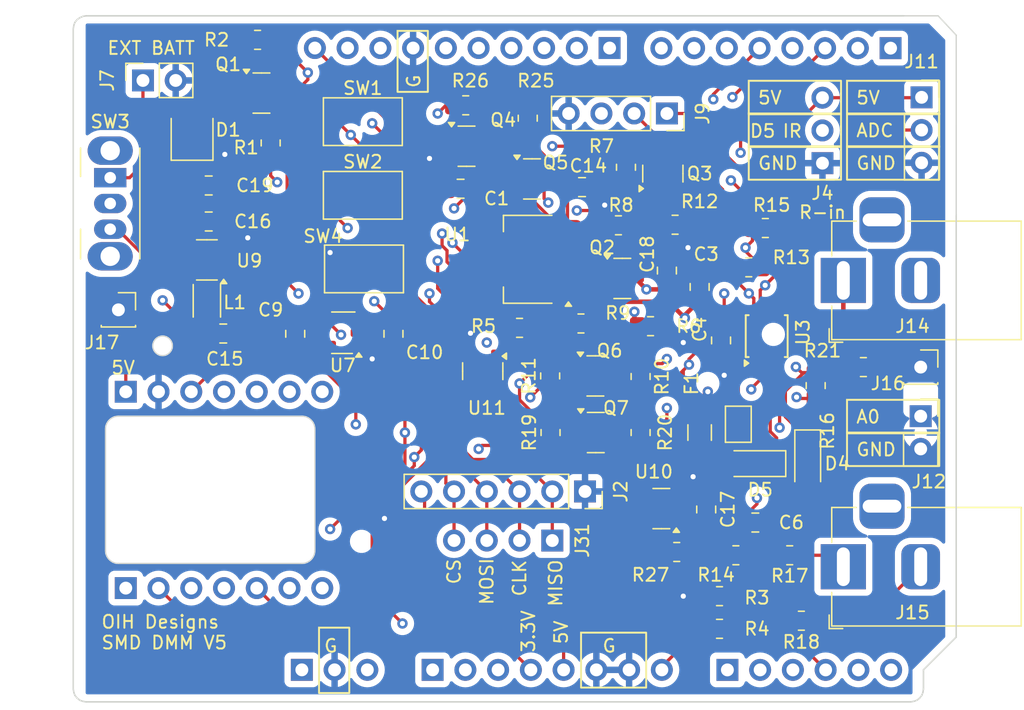
<source format=kicad_pcb>
(kicad_pcb (version 20240108) (generator "pcbnew") (generator_version "8.0")
  (layers (0 "F.Cu" signal) (1 "In1.Cu" signal) (2 "In2.Cu" signal) (31 "B.Cu" signal) (34 "B.Paste" user) (35 "F.Paste" user) (36 "B.SilkS" user "B.Silkscreen") (37 "F.SilkS" user "F.Silkscreen") (38 "B.Mask" user) (39 "F.Mask" user) (44 "Edge.Cuts" user))
  (net 0 "")
  (net 1 "GND")
  (net 2 "Resistor_Input")
  (net 3 "SDA")
  (net 4 "D6~")
  (net 5 "D7")
  (net 6 "+9V")
  (net 7 "SCL")
  (net 8 "V_Input_REF")
  (net 9 "V_Input_Float")
  (net 10 "ADS_ADDR")
  (net 11 "/V Ref to ADS")
  (net 12 "/R Circuit I Output")
  (net 13 "ADS_ALERT")
  (net 14 "/V Signal to ADS")
  (net 15 "A0{slash}D14")
  (net 16 "A2{slash}D16")
  (net 17 "D3~")
  (net 18 "VDD")
  (net 19 "I_Input")
  (net 20 "Net-(Q3-B)")
  (net 21 "D10~")
  (net 22 "D9~")
  (net 23 "D5~ (IR)")
  (net 24 "A1{slash}D15")
  (net 35 "Net-(Q1-C)")
  (net 36 "Net-(Q1-B)")
  (net 37 "Net-(Q2-G)")
  (net 38 "Net-(U1-VO)")
  (net 41 "A3{slash}D17")
  (net 42 "Net-(D1-A)")
  (net 43 "Net-(F1-Pad1)")
  (net 44 "+BATT")
  (net 45 "CS")
  (net 46 "Net-(Q4-C)")
  (net 47 "Net-(Q4-B)")
  (net 48 "Net-(Q5-E)")
  (net 49 "Net-(U7-C1-)")
  (net 50 "Net-(U7-C1+)")
  (net 51 "MISO")
  (net 52 "+3V3")
  (net 53 "Net-(U9-SW)")
  (net 54 "XIAO 5V")
  (net 55 "XIAO Batt Pin")
  (net 56 "MOSI")
  (net 57 "CLK")
  (net 58 "SDA-5V")
  (net 59 "SCL-5V")
  (net 60 "/R into ADS")
  (footprint "Capacitor_SMD:C_0805_2012Metric_Pad1.18x1.45mm_HandSolder" (layer "F.Cu") (at 128.660305 73.49413 90)
    (property "Reference" "C4")
    (property "Value" "0.1uF")
  )
  (footprint "Resistor_SMD:R_0805_2012Metric_Pad1.20x1.40mm_HandSolder" (layer "F.Cu") (at 128.54 95.88 180)
    (property "Reference" "R4")
    (property "Value" "100K")
  )
  (footprint "Connector_PinSocket_2.54mm:PinSocket_1x01_P2.54mm_Vertical" (layer "F.Cu") (at 144.145 75.565)
    (property "Reference" "J16")
    (property "Value" "Conn_01x01_Socket")
  )
  (footprint "Library:PinHeader_1x10_P2.54mm_Vertical_NoBox" (layer "F.Cu") (at 120.015 50.8 -90)
    (property "Reference" "J8" (hide yes))
    (property "Value" "DIGITAL2")
  )
  (footprint "Resistor_SMD:R_0805_2012Metric_Pad1.20x1.40mm_HandSolder" (layer "F.Cu") (at 125.095 64.516 180)
    (property "Reference" "R12")
    (property "Value" "75K")
  )
  (footprint "Resistor_SMD:R_0805_2012Metric_Pad1.20x1.40mm_HandSolder" (layer "F.Cu") (at 130.81 67.818)
    (property "Reference" "R13")
    (property "Value" "1K")
  )
  (footprint "Connector_PinHeader_2.54mm:PinHeader_1x04_P2.54mm_Vertical" (layer "F.Cu") (at 115.57 89.027 -90)
    (property "Reference" "J31")
    (property "Value" "Conn_01x04")
  )
  (footprint "Resistor_SMD:R_0805_2012Metric_Pad1.20x1.40mm_HandSolder" (layer "F.Cu") (at 125.222 89.916)
    (property "Reference" "R27")
    (property "Value" "4.7K")
  )
  (footprint "Package_TO_SOT_SMD:SOT-223-3_TabPin2" (layer "F.Cu") (at 113.69 67.19875 180)
    (property "Reference" "U1")
    (property "Value" "LM317_TO-220")
  )
  (footprint "Jumper:SolderJumper-2_P1.3mm_Bridged_Pad1.0x1.5mm" (layer "F.Cu") (at 130 80 90)
    (property "Reference" "JP6" (hide yes))
    (property "Value" "Jumper_2_Bridged")
  )
  (footprint "Capacitor_SMD:C_0805_2012Metric_Pad1.18x1.45mm_HandSolder" (layer "F.Cu") (at 88.9215 61.468)
    (property "Reference" "C19")
    (property "Value" "22uF")
  )
  (footprint "Resistor_SMD:R_0805_2012Metric_Pad1.20x1.40mm_HandSolder" (layer "F.Cu") (at 108.855 55.245 180)
    (property "Reference" "R26")
    (property "Value" "1K")
  )
  (footprint "Package_SO:TSSOP-10_3x3mm_P0.5mm" (layer "F.Cu") (at 132.200305 73.15913 90)
    (property "Reference" "U3")
    (property "Value" "ADS1115IDGS")
  )
  (footprint "Resistor_SMD:R_0805_2012Metric_Pad1.20x1.40mm_HandSolder" (layer "F.Cu") (at 134.89 95.25 180)
    (property "Reference" "R18")
    (property "Value" "499.0K")
  )
  (footprint "Library:PinHeader_1x06_P2.54mm_Vertical_NoBox" (layer "F.Cu") (at 129.151624 99.067665 90)
    (property "Reference" "J10" (hide yes))
    (property "Value" "ANALOG")
  )
  (footprint "Package_TO_SOT_SMD:SOT-23" (layer "F.Cu") (at 124.145 60.54625 90)
    (property "Reference" "Q3")
    (property "Value" "MMBT3904")
  )
  (footprint "Resistor_SMD:R_0805_2012Metric_Pad1.20x1.40mm_HandSolder" (layer "F.Cu") (at 129.81 90.17)
    (property "Reference" "R14")
    (property "Value" "22.0K")
  )
  (footprint "Resistor_SMD:R_0805_2012Metric_Pad1.20x1.40mm_HandSolder" (layer "F.Cu") (at 121.285 60.055 -90)
    (property "Reference" "R7")
    (property "Value" "22K")
  )
  (footprint "Package_TO_SOT_SMD:SOT-23" (layer "F.Cu") (at 124.0305 86.548 180)
    (property "Reference" "U10")
    (property "Value" "LM4040DBZ-2.5")
  )
  (footprint "Resistor_SMD:R_0805_2012Metric_Pad1.20x1.40mm_HandSolder" (layer "F.Cu") (at 128.54 93.345)
    (property "Reference" "R3")
    (property "Value" "22K")
  )
  (footprint "Connector_PinSocket_2.54mm:PinSocket_1x03_P2.54mm_Vertical" (layer "F.Cu") (at 144.215 54.625)
    (property "Reference" "J11")
    (property "Value" "I_Input")
  )
  (footprint "Resistor_SMD:R_0805_2012Metric_Pad1.20x1.40mm_HandSolder" (layer "F.Cu") (at 113.03 72.51875)
    (property "Reference" "R5")
    (property "Value" "62.0")
  )
  (footprint "Resistor_SMD:R_0805_2012Metric_Pad1.20x1.40mm_HandSolder" (layer "F.Cu") (at 117.795 72.17875)
    (property "Reference" "R9")
    (property "Value" "22.0K")
  )
  (footprint "Button_Switch_SMD:SW_SPST_CK_RS282G05A3" (layer "F.Cu") (at 100.965 67.945 180)
    (property "Reference" "SW4")
    (property "Value" "SW_Push")
  )
  (footprint "Resistor_SMD:R_0805_2012Metric_Pad1.20x1.40mm_HandSolder" (layer "F.Cu") (at 93.726 58.166 -90)
    (property "Reference" "R1")
    (property "Value" "500")
  )
  (footprint "Capacitor_SMD:C_0805_2012Metric_Pad1.18x1.45mm_HandSolder" (layer "F.Cu") (at 95.631 72.9805 -90)
    (property "Reference" "C9")
    (property "Value" "4.7uF")
  )
  (footprint "Button_Switch_SMD:SW_SPST_CK_RS282G05A3" (layer "F.Cu") (at 100.875 62.23)
    (property "Reference" "SW2")
    (property "Value" "SW_Push")
  )
  (footprint "Package_TO_SOT_SMD:SOT-23" (layer "F.Cu") (at 110.175 75.88 -90)
    (property "Reference" "U11")
    (property "Value" "LM4040DBZ-5")
  )
  (footprint "Button_Switch_SMD:SW_SPST_CK_RS282G05A3" (layer "F.Cu") (at 100.875 56.515)
    (property "Reference" "SW1")
    (property "Value" "SW_Push")
  )
  (footprint "Connector_PinSocket_2.54mm:PinSocket_1x02_P2.54mm_Vertical" (layer "F.Cu") (at 144.145 79.375)
    (property "Reference" "J12")
    (property "Value" "Conn_01x02_Pin")
  )
  (footprint "Resistor_SMD:R_0805_2012Metric_Pad1.20x1.40mm_HandSolder" (layer "F.Cu") (at 133.985 90.17 180)
    (property "Reference" "R17")
    (property "Value" "499.0K")
  )
  (footprint "Package_TO_SOT_SMD:SOT-23-5" (layer "F.Cu") (at 88.7785 67.244 180)
    (property "Reference" "U9")
    (property "Value" "TPS613222ADBV")
  )
  (footprint "Resistor_SMD:R_0805_2012Metric_Pad1.20x1.40mm_HandSolder" (layer "F.Cu") (at 122.42 76.295 -90)
    (property "Reference" "R10")
    (property "Value" "10K")
  )
  (footprint "Package_TO_SOT_SMD:SOT-23-5_HandSoldering" (layer "F.Cu") (at 99.361 72.898 180)
    (property "Reference" "U7")
    (property "Value" "MAX1683")
  )
  (footprint "Connector_BarrelJack:BarrelJack_Horizontal" (layer "F.Cu") (at 138.145 91.06 180)
    (property "Reference" "J15")
    (property "Value" "Barrel_Jack")
  )
  (footprint "Package_TO_SOT_SMD:SOT-23" (layer "F.Cu") (at 121.0025 68.68375)
    (property "Reference" "Q2")
    (property "Value" "SI2302 MOSFET")
  )
  (footprint "Capacitor_SMD:C_0805_2012Metric_Pad1.18x1.45mm_HandSolder" (layer "F.Cu") (at 131.318 87.63)
    (property "Reference" "C6")
    (property "Value" "? DNP")
  )
  (footprint "Connector_PinSocket_2.54mm:PinSocket_1x01_P2.54mm_Vertical" (layer "F.Cu") (at 81.915 71.12)
    (property "Reference" "J17")
    (property "Value" "Conn_01x01_Socket")
  )
  (footprint "Diode_SMD:D_SOD-123" (layer "F.Cu") (at 135.382 82.804 -90)
    (property "Reference" "D4")
    (property "Value" "D_Schottky")
  )
  (footprint "Resistor_SMD:R_0805_2012Metric_Pad1.20x1.40mm_HandSolder" (layer "F.Cu") (at 115.405 76.25 90)
    (property "Reference" "R11")
    (property "Value" "10K")
  )
  (footprint "Resistor_SMD:R_0805_2012Metric_Pad1.20x1.40mm_HandSolder" (layer "F.Cu") (at 123.19 72.39 180)
    (property "Reference" "R6")
    (property "Value" "330.0")
  )
  (footprint "Capacitor_SMD:C_0805_2012Metric_Pad1.18x1.45mm_HandSolder" (layer "F.Cu") (at 103.251 72.9805 90)
    (property "Reference" "C10")
    (property "Value" "4.7uF")
  )
  (footprint "Resistor_SMD:R_0805_2012Metric_Pad1.20x1.40mm_HandSolder" (layer "F.Cu") (at 136 77 90)
    (property "Reference" "R16")
    (property "Value" "1K")
  )
  (footprint "Package_TO_SOT_SMD:SOT-23" (layer "F.Cu") (at 118.9125 76.25)
    (property "Reference" "Q6")
    (property "Value" "BSS138")
  )
  (footprint "Resistor_SMD:R_0805_2012Metric_Pad1.20x1.40mm_HandSolder" (layer "F.Cu") (at 139.7 75.565)
    (property "Reference" "R21")
    (property "Value" "0")
  )
  (footprint "Package_TO_SOT_SMD:SOT-23" (layer "F.Cu") (at 93.0125 54.295)
    (property "Reference" "Q1")
    (property "Value" "MMBT3904" (hide yes))
  )
  (footprint "Library:PinHeader_1x08_P2.54mm_Vertical_NoBox" (layer "F.Cu") (at 106.287792 99.06511 90)
    (property "Reference" "J6" (hide yes))
    (property "Value" "POWER1")
  )
  (footprint "Fuse:Fuse_1206_3216Metric_Pad1.42x1.75mm_HandSolder" (layer "F.Cu") (at 127 80.645 -90)
    (property "Reference" "F1")
    (property "Value" "Fuse")
  )
  (footprint "Connector_PinSocket_2.54mm:PinSocket_1x07_P2.54mm_Vertical" (layer "F.Cu") (at 82.487996 92.719534 90)
    (property "Reference" "J3" (hide yes))
    (property "Value" "Conn_01x07_Pin")
  )
  (footprint "Diode_SMD:D_SOD-123" (layer "F.Cu") (at 131.318 83.058 180)
    (property "Reference" "D5")
    (property "Value" "D_Schottky")
  )
  (footprint "Resistor_SMD:R_0805_2012Metric_Pad1.20x1.40mm_HandSolder" (layer "F.Cu") (at 120.7 64.55875)
    (property "Reference" "R8")
    (property "Value" "4.7K")
  )
  (footprint "Library:PinHeader_1x08_P2.54mm_Vertical_NoBox" (layer "F.Cu") (at 141.809463 50.808987 -90)
    (property "Reference" "J13" (hide yes))
    (property "Value" "DIGITAL1")
  )
  (footprint "Connector_BarrelJack:BarrelJack_Horizontal" (layer "F.Cu") (at 138.145 68.835 180)
    (property "Reference" "J14")
    (property "Value" "Barrel_Jack")
  )
  (footprint "Capacitor_SMD:C_0805_2012Metric_Pad1.18x1.45mm_HandSolder" (layer "F.Cu") (at 108.458 61.722 180)
    (property "Reference" "C1")
    (property "Value" "0.47uF")
  )
  (footprint "Library:PinHeader_1x03_P2.54mm_Vertical_NoBox" (layer "F.Cu") (at 136.525 59.735 180)
    (property "Reference" "J4")
    (property "Value" "IR Connection")
  )
  (footprint "Capacitor_SMD:C_0805_2012Metric_Pad1.18x1.45mm_HandSolder" (layer "F.Cu") (at 127 69.342 90)
    (property "Reference" "C3")
    (property "Value" "2.2uF")
  )
  (footprint "Connector_PinSocket_2.54mm:PinSocket_1x02_P2.54mm_Vertical" (layer "F.Cu") (at 83.82 53.315 90)
    (property "Reference" "J7")
    (property "Value" "Conn_01x02_Pin")
  )
  (footprint "Resistor_SMD:R_0805_2012Metric_Pad1.20x1.40mm_HandSolder" (layer "F.Cu") (at 92.71 50.165 180)
    (property "Reference" "R2")
    (property "Value" "1K")
  )
  (footprint "Connector_PinSocket_2.54mm:PinSocket_1x07_P2.54mm_Vertical" (layer "F.Cu") (at 82.487996 77.479534 90)
    (property "Reference" "J1" (hide yes))
    (property "Value" "Conn_01x07_Pin")
  )
  (footprint "Resistor_SMD:R_0805_2012Metric_Pad1.20x1.40mm_HandSolder" (layer "F.Cu") (at 115.435 80.645 90)
    (property "Reference" "R19")
    (property "Value" "10K")
  )
  (footprint "Capacitor_SMD:C_0805_2012Metric_Pad1.18x1.45mm_HandSolder" (layer "F.Cu") (at 127.508 86.614 -90)
    (property "Reference" "C17")
    (property "Value" "0.1uF")
  )
  (footprint "Inductor_SMD:L_Murata_DFE201610P" (layer "F.Cu") (at 88.7785 70.419 90)
    (property "Reference" "L1")
    (property "Value" "2.2uH")
  )
  (footprint "Connector_PinSocket_2.54mm:PinSocket_1x04_P2.54mm_Vertical" (layer "F.Cu") (at 124.46 55.88 -90)
    (property "Reference" "J9")
    (property "Value" "Out to Screen")
  )
  (footprint "LED_SMD:LED_Luminus_MP-3030-1100_3.0x3.0mm" (layer "F.Cu") (at 87.63 57.89 90)
    (property "Reference" "D1")
    (property "Value" "LED")
  )
  (footprint "Resistor_SMD:R_0805_2012Metric_Pad1.20x1.40mm_HandSolder" (layer "F.Cu") (at 132.096 64.77 180)
    (property "Reference" "R15")
    (property "Value" "1K")
  )
  (footprint "Package_TO_SOT_SMD:SOT-23" (layer "F.Cu") (at 118.9425 80.645)
    (property "Reference" "Q7")
    (property "Value" "BSS138")
  )
  (footprint "Capacitor_SMD:C_0805_2012Metric_Pad1.18x1.45mm_HandSolder" (layer "F.Cu") (at 117.8775 61.595)
    (property "Reference" "C14")
    (property "Value" "2.2uF")
  )
  (footprint "Resistor_SMD:R_0805_2012Metric_Pad1.20x1.40mm_HandSolder" (layer "F.Cu") (at 122.42 80.645 90)
    (property "Reference" "R20")
    (property "Value" "10K")
  )
  (footprint "Package_TO_SOT_SMD:SOT-23" (layer "F.Cu") (at 108.9175 58.42)
    (property "Reference" "Q4")
    (property "Value" "MMBT3904")
  )
  (footprint "Capacitor_SMD:C_0805_2012Metric_Pad1.18x1.45mm_HandSolder" (layer "F.Cu") (at 90.0485 72.959)
    (property "Reference" "C15")
    (property "Value" "4.7uF")
  )
  (footprint "Connector_PinSocket_2.54mm:PinSocket_1x06_P2.54mm_Vertical" (layer "F.Cu") (at 118.11 85.217 -90)
    (property "Reference" "J2")
    (property "Value" "MicoSD")
  )
  (footprint "Package_TO_SOT_SMD:SOT-23" (layer "F.Cu") (at 113.9975 60.96)
    (property "Reference" "Q5")
    (property "Value" "MMBT3904")
  )
  (footprint "Button_Switch_THT:SW_Slide_SPDT_Angled_CK_OS102011MA1Q" (layer "F.Cu") (at 81.28 60.865 -90)
    (property "Reference" "SW3")
    (property "Value" "SW_SPDT")
  )
  (footprint "Library:PinHeader_1x03_P2.54mm_Vertical_NoBox" (layer "F.Cu") (at 96.143981 99.063151 90)
    (property "Reference" "J5" (hide yes))
    (property "Value" "POWER2")
  )
  (footprint "Capacitor_SMD:C_0805_2012Metric_Pad1.18x1.45mm_HandSolder" (layer "F.Cu") (at 88.9215 64.262)
    (property "Reference" "C16")
    (property "Value" "22uF")
  )
  (footprint "Capacitor_SMD:C_0805_2012Metric_Pad1.18x1.45mm_HandSolder" (layer "F.Cu") (at 124.46 68.072 90)
    (property "Reference" "C18")
    (property "Value" "1uF")
  )
  (footprint "Resistor_SMD:R_0805_2012Metric_Pad1.20x1.40mm_HandSolder" (layer "F.Cu") (at 113.665 56.245 -90)
    (property "Reference" "R25")
    (property "Value" "1K")
  )
  (gr_rect (start 138.43 78.105) (end 145.585 80.705) (stroke (width 0.15)) (fill none) (layer "F.SilkS"))
  (gr_rect (start 103.567758 49.467044) (end 105.91855 54.201136) (stroke (width 0.15)) (fill none) (layer "F.SilkS"))
  (gr_rect (start 130.81 53.34) (end 137.965 55.94) (stroke (width 0.15)) (fill none) (layer "F.SilkS"))
  (gr_rect (start 138.43 80.645) (end 145.585 83.245) (stroke (width 0.15)) (fill none) (layer "F.SilkS"))
  (gr_rect (start 117.800432 96.176612) (end 122.849754 100.44112) (stroke (width 0.15)) (fill none) (layer "F.SilkS"))
  (gr_rect (start 97.477467 95.788603) (end 99.825034 100.86181) (stroke (width 0.15)) (fill none) (layer "F.SilkS"))
  (gr_rect (start 130.81 58.42) (end 137.965 61.02) (stroke (width 0.15)) (fill none) (layer "F.SilkS"))
  (gr_rect (start 138.43 53.34) (end 145.585 55.94) (stroke (width 0.15)) (fill none) (layer "F.SilkS"))
  (gr_rect (start 138.43 55.88) (end 145.585 58.48) (stroke (width 0.15)) (fill none) (layer "F.SilkS"))
  (gr_rect (start 130.81 55.88) (end 137.965 58.48) (stroke (width 0.15)) (fill none) (layer "F.SilkS"))
  (gr_rect (start 138.43 58.42) (end 145.585 61.02) (stroke (width 0.15)) (fill none) (layer "F.SilkS"))
  (gr_line (start 79.155572 48.342318) (end 79.409482 48.3) (stroke (width 0.12)) (layer "Edge.Cuts"))
  (gr_arc (start 80.915 80.375) (mid 81.207893 79.667893) (end 81.915 79.375) (stroke (width 0.1)) (layer "Edge.Cuts"))
  (gr_line (start 78.711229 48.596228) (end 78.922821 48.448114) (stroke (width 0.12)) (layer "Edge.Cuts"))
  (gr_line (start 78.922821 101.423045) (end 78.711229 101.253771) (stroke (width 0.12)) (layer "Edge.Cuts"))
  (gr_circle (center 85.344 73.914) (end 86.106 73.914) (stroke (width 0.1)) (fill none) (layer "Edge.Cuts"))
  (gr_line (start 146.899617 96.521794) (end 144.360514 99.060897) (stroke (width 0.12)) (layer "Edge.Cuts"))
  (gr_line (start 79.409482 48.3) (end 142.837052 48.3) (stroke (width 0.12)) (layer "Edge.Cuts"))
  (gr_line (start 79.155572 101.507681) (end 78.922821 101.423045) (stroke (width 0.12)) (layer "Edge.Cuts"))
  (gr_line (start 144.318196 100.809428) (end 144.233559 101.042179) (stroke (width 0.12)) (layer "Edge.Cuts"))
  (gr_line (start 144.233559 101.042179) (end 144.064285 101.253771) (stroke (width 0.12)) (layer "Edge.Cuts"))
  (gr_line (start 143.852694 101.423045) (end 143.619942 101.507681) (stroke (width 0.12)) (layer "Edge.Cuts"))
  (gr_line (start 78.415 49.315641) (end 78.457318 49.040571) (stroke (width 0.12)) (layer "Edge.Cuts"))
  (gr_line (start 144.360514 99.060897) (end 144.360514 100.555518) (stroke (width 0.12)) (layer "Edge.Cuts"))
  (gr_line (start 97.155 80.375) (end 97.155 89.805) (stroke (width 0.1)) (layer "Edge.Cuts"))
  (gr_line (start 145.5 48.3) (end 146.9 49.8) (stroke (width 0.1)) (layer "Edge.Cuts"))
  (gr_arc (start 81.915 90.805) (mid 81.207893 90.512107) (end 80.915 89.805) (stroke (width 0.1)) (layer "Edge.Cuts"))
  (gr_line (start 78.457318 100.809428) (end 78.415 100.555518) (stroke (width 0.12)) (layer "Edge.Cuts"))
  (gr_line (start 143.619942 101.507681) (end 143.366032 101.55) (stroke (width 0.12)) (layer "Edge.Cuts"))
  (gr_arc (start 96.155 79.375) (mid 96.862107 79.667893) (end 97.155 80.375) (stroke (width 0.1)) (layer "Edge.Cuts"))
  (gr_line (start 144.064285 101.253771) (end 143.852694 101.423045) (stroke (width 0.12)) (layer "Edge.Cuts"))
  (gr_line (start 78.711229 101.253771) (end 78.541955 101.042179) (stroke (width 0.12)) (layer "Edge.Cuts"))
  (gr_line (start 79.409482 101.55) (end 79.155572 101.507681) (stroke (width 0.12)) (layer "Edge.Cuts"))
  (gr_line (start 81.915 90.805) (end 96.155 90.805) (stroke (width 0.1)) (layer "Edge.Cuts"))
  (gr_line (start 144.360514 100.555518) (end 144.318196 100.809428) (stroke (width 0.12)) (layer "Edge.Cuts"))
  (gr_line (start 78.415 100.555518) (end 78.415 49.315641) (stroke (width 0.12)) (layer "Edge.Cuts"))
  (gr_line (start 96.155 79.375) (end 81.915 79.375) (stroke (width 0.1)) (layer "Edge.Cuts"))
  (gr_line (start 143.366032 101.55) (end 79.409482 101.55) (stroke (width 0.12)) (layer "Edge.Cuts"))
  (gr_line (start 78.541955 48.80782) (end 78.711229 48.596228) (stroke (width 0.12)) (layer "Edge.Cuts"))
  (gr_line (start 78.541955 101.042179) (end 78.457318 100.809428) (stroke (width 0.12)) (layer "Edge.Cuts"))
  (gr_arc (start 97.155 89.805) (mid 96.862107 90.512107) (end 96.155 90.805) (stroke (width 0.1)) (layer "Edge.Cuts"))
  (gr_line (start 80.915 89.805) (end 80.915 80.375) (stroke (width 0.1)) (layer "Edge.Cuts"))
  (gr_line (start 146.9 49.8) (end 146.899617 63.788527) (stroke (width 0.1)) (layer "Edge.Cuts"))
  (gr_line (start 78.922821 48.448114) (end 79.155572 48.342318) (stroke (width 0.12)) (layer "Edge.Cuts"))
  (gr_line (start 78.457318 49.040571) (end 78.541955 48.80782) (stroke (width 0.12)) (layer "Edge.Cuts"))
  (gr_line (start 142.837052 48.3) (end 145.5 48.3) (stroke (width 0.1)) (layer "Edge.Cuts"))
  (gr_line (start 146.899617 63.788527) (end 146.899617 96.521794) (stroke (width 0.12)) (layer "Edge.Cuts"))
  (gr_text "CS" (at 107.95 91.44 90) (layer "F.SilkS") (effects (font (size 1 1))))
  (gr_text "ADC" (at 139.065 57.785 0) (layer "F.SilkS") (effects (font (size 1 1)) (justify left bottom)))
  (gr_text "IR" (at 133.35 57.83 0) (layer "F.SilkS") (effects (font (size 1 1)) (justify left bottom)))
  (gr_text "G" (at 97.79 97.79 0) (layer "F.SilkS") (effects (font (size 1 1)) (justify left bottom)))
  (gr_text "5V" (at 81.28 76.2 0) (layer "F.SilkS") (effects (font (size 1 1)) (justify left bottom)))
  (gr_text "GND" (at 131.445 60.325 0) (layer "F.SilkS") (effects (font (size 1 1)) (justify left bottom)))
  (gr_text "G" (at 105.41 53.975 90) (layer "F.SilkS") (effects (font (size 1 1)) (justify left bottom)))
  (gr_text "R-in" (at 134.62 64.135 0) (layer "F.SilkS") (effects (font (size 1 1)) (justify left bottom)))
  (gr_text "5V" (at 139.065 55.245 0) (layer "F.SilkS") (effects (font (size 1 1)) (justify left bottom)))
  (gr_text "CLK" (at 113.03 91.948 90) (layer "F.SilkS") (effects (font (size 1 1))))
  (gr_text "GND" (at 139.065 82.55 0) (layer "F.SilkS") (effects (font (size 1 1)) (justify left bottom)))
  (gr_text "5V" (at 131.445 55.245 0) (layer "F.SilkS") (effects (font (size 1 1)) (justify left bottom)))
  (gr_text "MOSI" (at 110.49 92.202 90) (layer "F.SilkS") (effects (font (size 1 1))))
  (gr_text "G" (at 119.38 97.79 0) (layer "F.SilkS") (effects (font (size 1 1)) (justify left bottom)))
  (gr_text "A0" (at 139.065 80.01 0) (layer "F.SilkS") (effects (font (size 1 1)) (justify left bottom)))
  (gr_text "3.3V" (at 114.3 97.79 90) (layer "F.SilkS") (effects (font (size 1 1)) (justify left bottom)))
  (gr_text "MISO" (at 115.834 92.329 90) (layer "F.SilkS") (effects (font (size 1 1))))
  (gr_text "EXT BATT" (at 84.455 50.8 0) (layer "F.SilkS") (effects (font (size 1 1))))
  (gr_text "GND" (at 139.065 60.325 0) (layer "F.SilkS") (effects (font (size 1 1)) (justify left bottom)))
  (gr_text "5V" (at 116.84 97.155 90) (layer "F.SilkS") (effects (font (size 1 1)) (justify left bottom)))
  (gr_text "OIH Designs\nSMD DMM V5" (at 80.518 97.536 0) (layer "F.SilkS") (effects (font (size 1 1)) (justify left bottom)))
  (gr_text "D5" (at 130.81 57.83 0) (layer "F.SilkS") (effects (font (size 1 1)) (justify left bottom)))
  (segment (start 104.775 58.36) (end 105.785 59.37) (width 0.25) (layer "F.Cu") (net 1))
  (segment (start 87.63 58.465) (end 89.58 58.465) (width 0.25) (layer "F.Cu") (net 1))
  (segment (start 125.73 73.66) (end 125.46 73.66) (width 0.25) (layer "F.Cu") (net 1))
  (segment (start 107.5475 61.8275) (end 107.5475 59.8025) (width 0.25) (layer "F.Cu") (net 1))
  (segment (start 127.508 85.09) (end 126.492 84.074) (width 0.25) (layer "F.Cu") (net 1))
  (segment (start 129.668 83.058) (end 129.668 80.982) (width 0.25) (layer "F.Cu") (net 1))
  (segment (start 125.46 73.66) (end 124.19 72.39) (width 0.25) (layer "F.Cu") (net 1))
  (segment (start 124.018 86.548) (end 124.968 85.598) (width 0.25) (layer "F.Cu") (net 1))
  (segment (start 89.58 58.465) (end 90.17 59.055) (width 0.25) (layer "F.Cu") (net 1))
  (segment (start 87.63 58.465) (end 87.23 58.465) (width 0.25) (layer "F.Cu") (net 1))
  (segment (start 127 82.1325) (end 128.7425 82.1325) (width 0.25) (layer "F.Cu") (net 1))
  (segment (start 125.095 62.73375) (end 126.095 63.73375) (width 0.25) (layer "F.Cu") (net 1))
  (segment (start 104.865 62.32) (end 104.775 62.23) (width 0.25) (layer "F.Cu") (net 1))
  (segment (start 128.905 76.2) (end 128.660305 75.955305) (width 0.25) (layer "F.Cu") (net 1))
  (segment (start 125.2005 66.294) (end 124.46 67.0345) (width 0.25) (layer "F.Cu") (net 1))
  (segment (start 123.093 86.548) (end 124.018 86.548) (width 0.25) (layer "F.Cu") (net 1))
  (segment (start 109.225 73.02) (end 109.225 72.935) (width 0.25) (layer "F.Cu") (net 1))
  (segment (start 109.225 73.03) (end 109.22 73.025) (width 0.25) (layer "F.Cu") (net 1))
  (segment (start 104.775 62.23) (end 106.9125 62.23) (width 0.25) (layer "F.Cu") (net 1))
  (segment (start 128.660305 75.955305) (end 128.660305 74.53163) (width 0.25) (layer "F.Cu") (net 1))
  (segment (start 109.225 74.9425) (end 109.225 73.03) (width 0.25) (layer "F.Cu") (net 1))
  (segment (start 127.508 85.5765) (end 127.508 85.09) (width 0.25) (layer "F.Cu") (net 1))
  (segment (start 110.175 76.8175) (end 110.175 75.8925) (width 0.25) (layer "F.Cu") (net 1))
  (segment (start 104.775 57.15) (end 104.775 58.36) (width 0.25) (layer "F.Cu") (net 1))
  (segment (start 106.045 59.37) (end 105.785 59.37) (width 0.25) (layer "F.Cu") (net 1))
  (segment (start 127 83.566) (end 127 82.1325) (width 0.25) (layer "F.Cu") (net 1))
  (segment (start 125.095 61.48375) (end 125.095 62.73375) (width 0.25) (layer "F.Cu") (net 1))
  (segment (start 126.095 63.73375) (end 126.095 67.3995) (width 0.25) (layer "F.Cu") (net 1))
  (segment (start 107.5475 59.8025) (end 107.98 59.37) (width 0.25) (layer "F.Cu") (net 1))
  (segment (start 131.845305 74.12913) (end 132.200305 74.48413) (width 0.25) (layer "F.Cu") (net 1))
  (segment (start 110.175 75.8925) (end 109.225 74.9425) (width 0.25) (layer "F.Cu") (net 1))
  (segment (start 129.062805 74.12913) (end 131.845305 74.12913) (width 0.25) (layer "F.Cu") (net 1))
  (segment (start 128.7425 82.1325) (end 129.668 83.058) (width 0.25) (layer "F.Cu") (net 1))
  (segment (start 129.668 80.982) (end 130 80.65) (width 0.25) (layer "F.Cu") (net 1))
  (segment (start 109.22 73.025) (end 109.225 73.02) (width 0.25) (layer "F.Cu") (net 1))
  (segment (start 132.200305 74.48413) (end 132.200305 75.30913) (width 0.25) (layer "F.Cu") (net 1))
  (segment (start 118.915 61.595) (end 118.915 62.273) (width 0.25) (layer "F.Cu") (net 1))
  (segment (start 126.492 84.074) (end 124.968 85.598) (width 0.25) (layer "F.Cu") (net 1))
  (segment (start 106.9125 62.23) (end 107.4205 61.722) (width 0.25) (layer "F.Cu") (net 1))
  (segment (start 126.095 66.294) (end 125.2005 66.294) (width 0.25) (layer "F.Cu") (net 1))
  (segment (start 118.915 62.273) (end 119.634 62.992) (width 0.25) (layer "F.Cu") (net 1))
  (segment (start 102.339 74.93) (end 103.251 74.018) (width 0.25) (layer "F.Cu") (net 1))
  (segment (start 125.73 93.345) (end 127.54 93.345) (width 0.25) (layer "F.Cu") (net 1))
  (segment (start 126.095 67.3995) (end 127 68.3045) (width 0.25) (layer "F.Cu") (net 1))
  (segment (start 103.081 73.848) (end 103.251 74.018) (width 0.25) (layer "F.Cu") (net 1))
  (segment (start 98.335 66.675) (end 97.065 67.945) (width 0.25) (layer "F.Cu") (net 1))
  (segment (start 107.98 59.37) (end 106.045 59.37) (width 0.25) (layer "F.Cu") (net 1))
  (segment (start 100.711 73.848) (end 103.081 73.848) (width 0.25) (layer "F.Cu") (net 1))
  (segment (start 128.660305 74.53163) (end 129.062805 74.12913) (width 0.25) (layer "F.Cu") (net 1))
  (segment (start 103.294 73.975) (end 103.251 74.018) (width 0.25) (layer "F.Cu") (net 1))
  (segment (start 126.492 84.074) (end 127 83.566) (width 0.25) (layer "F.Cu") (net 1))
  (segment (start 101.6 74.93) (end 102.339 74.93) (width 0.25) (layer "F.Cu") (net 1))
  (via (at 106.045 59.37) (size 0.8) (drill 0.4) (layers "F.Cu" "B.Cu") (net 1))
  (via (at 125.73 93.345) (size 0.8) (drill 0.4) (layers "F.Cu" "B.Cu") (net 1))
  (via (at 91.948 65.532) (size 0.8) (drill 0.4) (layers "F.Cu" "B.Cu") (net 1))
  (via (at 90.17 59.055) (size 0.8) (drill 0.4) (layers "F.Cu" "B.Cu") (net 1))
  (via (at 101.6 74.93) (size 0.8) (drill 0.4) (layers "F.Cu" "B.Cu") (net 1))
  (via (at 128.905 76.2) (size 0.8) (drill 0.4) (layers "F.Cu" "B.Cu") (net 1))
  (via (at 125.73 73.66) (size 0.8) (drill 0.4) (layers "F.Cu" "B.Cu") (net 1))
  (via (at 126.492 84.074) (size 0.8) (drill 0.4) (layers "F.Cu" "B.Cu") (net 1))
  (via (at 119.634 62.992) (size 0.8) (drill 0.4) (layers "F.Cu" "B.Cu") (net 1))
  (via (at 98.335 66.675) (size 0.8) (drill 0.4) (layers "F.Cu" "B.Cu") (net 1))
  (via (at 109.225 72.935) (size 0.8) (drill 0.4) (layers "F.Cu" "B.Cu") (net 1))
  (via (at 126.095 66.294) (size 0.8) (drill 0.4) (layers "F.Cu" "B.Cu") (net 1))
  (segment (start 118.795 70.90375) (end 118.795 72.17875) (width 0.35) (layer "F.Cu") (net 2))
  (segment (start 124.594875 70.492875) (end 120.924125 70.492875) (width 0.35) (layer "F.Cu") (net 2))
  (segment (start 138.145 73.01) (end 138.145 68.835) (width 0.35) (layer "F.Cu") (net 2))
  (segment (start 125.857 71.755) (end 124.594875 70.492875) (width 0.35) (layer "F.Cu") (net 2))
  (segment (start 120.924125 70.492875) (end 120.065 69.63375) (width 0.35) (layer "F.Cu") (net 2))
  (segment (start 138.5375 68.835) (end 138.605 68.9025) (width 0.35) (layer "F.Cu") (net 2))
  (segment (start 138.145 68.835) (end 138.5375 68.835) (width 0.35) (layer "F.Cu") (net 2))
  (segment (start 125.857 71.5225) (end 127 70.3795) (width 0.35) (layer "F.Cu") (net 2))
  (segment (start 120.065 69.63375) (end 118.795 70.90375) (width 0.35) (layer "F.Cu") (net 2))
  (segment (start 140.7 75.565) (end 138.145 73.01) (width 0.35) (layer "F.Cu") (net 2))
  (segment (start 125.857 71.755) (end 125.857 71.5225) (width 0.35) (layer "F.Cu") (net 2))
  (via (at 125.857 71.755) (size 0.8) (drill 0.4) (layers "F.Cu" "B.Cu") (net 2))
  (segment (start 104.14 83.311302) (end 101.6 85.851302) (width 0.25) (layer "F.Cu") (net 3))
  (segment (start 104.14 80.645) (end 104.14 83.311302) (width 0.25) (layer "F.Cu") (net 3))
  (segment (start 101.6 85.851302) (end 101.6 90.932) (width 0.25) (layer "F.Cu") (net 3))
  (segment (start 98.298 94.234) (end 94.162462 94.234) (width 0.25) (layer "F.Cu") (net 3))
  (segment (start 104.751 74.786996) (end 104.751 71.121229) (width 0.25) (layer "F.Cu") (net 3))
  (segment (start 104.751 71.121229) (end 102.362 68.732229) (width 0.25) (layer "F.Cu") (net 3))
  (segment (start 101.6 90.932) (end 98.298 94.234) (width 0.25) (layer "F.Cu") (net 3))
  (segment (start 102.362 57.404) (end 101.6 56.642) (width 0.25) (layer "F.Cu") (net 3))
  (segment (start 102.362 68.732229) (end 102.362 57.404) (width 0.25) (layer "F.Cu") (net 3))
  (segment (start 109.855 81.915) (end 110.125 81.645) (width 0.25) (layer "F.Cu") (net 3))
  (segment (start 115.435 81.645) (end 117.955 81.645) (width 0.25) (layer "F.Cu") (net 3))
  (segment (start 104.14 80.645) (end 104.14 75.397996) (width 0.25) (layer "F.Cu") (net 3))
  (segment (start 117.955 81.645) (end 118.005 81.595) (width 0.25) (layer "F.Cu") (net 3))
  (segment (start 110.125 81.645) (end 115.435 81.645) (width 0.25) (layer "F.Cu") (net 3))
  (segment (start 104.14 75.397996) (end 104.751 74.786996) (width 0.25) (layer "F.Cu") (net 3))
  (segment (start 94.162462 94.234) (end 92.647996 92.719534) (width 0.25) (layer "F.Cu") (net 3))
  (via (at 104.14 80.645) (size 0.8) (drill 0.4) (layers "F.Cu" "B.Cu") (net 3))
  (via (at 101.6 56.642) (size 0.8) (drill 0.4) (layers "F.Cu" "B.Cu") (net 3))
  (via (at 109.855 81.915) (size 0.8) (drill 0.4) (layers "F.Cu" "B.Cu") (net 3))
  (segment (start 95.005 54.855) (end 96.61 53.25) (width 0.25) (layer "F.Cu") (net 4))
  (segment (start 94.07 50.165) (end 96.61 52.705) (width 0.25) (layer "F.Cu") (net 4))
  (segment (start 95.885 69.85) (end 95.005 68.97) (width 0.25) (layer "F.Cu") (net 4))
  (segment (start 95.005 68.97) (end 95.005 54.855) (width 0.25) (layer "F.Cu") (net 4))
  (segment (start 93.71 50.165) (end 94.07 50.165) (width 0.25) (layer "F.Cu") (net 4))
  (segment (start 96.61 53.25) (end 96.61 52.705) (width 0.25) (layer "F.Cu") (net 4))
  (via (at 95.885 69.85) (size 0.8) (drill 0.4) (layers "F.Cu" "B.Cu") (net 4))
  (via (at 96.61 52.705) (size 0.8) (drill 0.4) (layers "F.Cu" "B.Cu") (net 4))
  (segment (start 118.745 59.055) (end 121.285 59.055) (width 0.25) (layer "F.Cu") (net 5))
  (segment (start 115.57 58.42) (end 118.11 58.42) (width 0.25) (layer "F.Cu") (net 5))
  (segment (start 118.11 58.42) (end 118.745 59.055) (width 0.25) (layer "F.Cu") (net 5))
  (via (at 115.57 58.42) (size 0.8) (drill 0.4) (layers "F.Cu" "B.Cu") (net 5))
  (segment (start 117.475 63.41) (end 118.55125 63.41) (width 0.25) (layer "F.Cu") (net 6))
  (segment (start 101.76 70.452) (end 103.251 71.943) (width 0.25) (layer "F.Cu") (net 6))
  (segment (start 109.6225 61.8275) (end 109.3685 61.8275) (width 0.25) (layer "F.Cu") (net 6))
  (segment (start 113.665 57.845) (end 114.935 59.115) (width 0.25) (layer "F.Cu") (net 6))
  (segment (start 114.935 59.115) (end 114.935 60.96) (width 0.25) (layer "F.Cu") (net 6))
  (segment (start 118.55125 63.41) (end 119.7 64.55875) (width 0.25) (layer "F.Cu") (net 6))
  (segment (start 100.711 72.898) (end 102.296 72.898) (width 0.25) (layer "F.Cu") (net 6))
  (segment (start 109.6225 61.8275) (end 110.49 60.96) (width 0.25) (layer "F.Cu") (net 6))
  (segment (start 102.296 72.898) (end 103.251 71.943) (width 0.25) (layer "F.Cu") (net 6))
  (segment (start 115.257152 62.796848) (end 114.935 62.474696) (width 0.25) (layer "F.Cu") (net 6))
  (segment (start 109.3685 61.8275) (end 107.95 63.246) (width 0.25) (layer "F.Cu") (net 6))
  (segment (start 113.665 57.245) (end 113.665 57.845) (width 0.25) (layer "F.Cu") (net 6))
  (segment (start 110.49 60.96) (end 114.935 60.96) (width 0.25) (layer "F.Cu") (net 6))
  (segment (start 114.935 62.474696) (end 114.935 60.96) (width 0.25) (layer "F.Cu") (net 6))
  (via (at 117.475 63.41) (size 0.8) (drill 0.4) (layers "F.Cu" "B.Cu") (net 6))
  (via (at 101.76 70.452) (size 0.8) (drill 0.4) (layers "F.Cu" "B.Cu") (net 6))
  (via (at 115.257152 62.796848) (size 0.8) (drill 0.4) (layers "F.Cu" "B.Cu") (net 6))
  (via (at 107.95 63.246) (size 0.8) (drill 0.4) (layers "F.Cu" "B.Cu") (net 6))
  (segment (start 115.405 77.25) (end 117.925 77.25) (width 0.25) (layer "F.Cu") (net 7))
  (segment (start 102.87 68.603833) (end 102.87 56.515) (width 0.25) (layer "F.Cu") (net 7))
  (segment (start 102.5525 87.3125) (end 103.32 86.545) (width 0.25) (layer "F.Cu") (net 7))
  (segment (start 115.405 77.25) (end 114.52 77.25) (width 0.25) (layer "F.Cu") (net 7))
  (segment (start 104.865 83.222698) (end 104.865 82.55) (width 0.25) (layer "F.Cu") (net 7))
  (segment (start 103.32 84.767698) (end 104.865 83.222698) (width 0.25) (layer "F.Cu") (net 7))
  (segment (start 114.52 77.25) (end 113.860153 77.909847) (width 0.25) (layer "F.Cu") (net 7))
  (segment (start 117.925 77.25) (end 117.975 77.2) (width 0.25) (layer "F.Cu") (net 7))
  (segment (start 104.865 82.55) (end 105.41 82.005) (width 0.25) (layer "F.Cu") (net 7))
  (segment (start 103.32 86.545) (end 103.32 84.767698) (width 0.25) (layer "F.Cu") (net 7))
  (segment (start 105.41 82.005) (end 105.41 71.143833) (width 0.25) (layer "F.Cu") (net 7))
  (segment (start 105.41 71.143833) (end 102.87 68.603833) (width 0.25) (layer "F.Cu") (net 7))
  (segment (start 102.87 56.515) (end 97.155 50.8) (width 0.25) (layer "F.Cu") (net 7))
  (via (at 102.5525 87.3125) (size 0.8) (drill 0.4) (layers "F.Cu" "B.Cu") (net 7))
  (via (at 104.865 82.55) (size 0.8) (drill 0.4) (layers "F.Cu" "B.Cu") (net 7))
  (via (at 113.860153 77.909847) (size 0.8) (drill 0.4) (layers "F.Cu" "B.Cu") (net 7))
  (segment (start 139.955 95.25) (end 144.145 91.06) (width 0.25) (layer "F.Cu") (net 8))
  (segment (start 135.89 95.25) (end 139.955 95.25) (width 0.25) (layer "F.Cu") (net 8))
  (segment (start 137.255 90.17) (end 138.145 91.06) (width 0.25) (layer "F.Cu") (net 9))
  (segment (start 134.985 90.17) (end 137.255 90.17) (width 0.25) (layer "F.Cu") (net 9))
  (segment (start 130 79) (end 129.65 79.35) (width 0.25) (layer "F.Cu") (net 10))
  (segment (start 130 76.509435) (end 130 79) (width 0.25) (layer "F.Cu") (net 10))
  (segment (start 131.200305 75.30913) (end 130 76.509435) (width 0.25) (layer "F.Cu") (net 10))
  (segment (start 126.222 89.916) (end 126.222 88.945) (width 0.25) (layer "F.Cu") (net 11))
  (segment (start 131.445 86.19) (end 130.64 86.995) (width 0.25) (layer "F.Cu") (net 11))
  (segment (start 133.89 95.25) (end 128.81 90.17) (width 0.25) (layer "F.Cu") (net 11))
  (segment (start 131.445 85.725) (end 131.445 86.19) (width 0.25) (layer "F.Cu") (net 11))
  (segment (start 126.1845 89.916) (end 128.3235 89.916) (width 0.25) (layer "F.Cu") (net 11))
  (segment (start 128.81 88.825) (end 128.81 90.17) (width 0.25) (layer "F.Cu") (net 11))
  (segment (start 126.222 88.945) (end 124.9285 87.6515) (width 0.25) (layer "F.Cu") (net 11))
  (segment (start 126.1685 89.932) (end 126.1845 89.916) (width 0.25) (layer "F.Cu") (net 11))
  (segment (start 128.3235 89.916) (end 128.7565 90.349) (width 0.25) (layer "F.Cu") (net 11))
  (segment (start 133.200305 80.264) (end 133.200305 75.30913) (width 0.25) (layer "F.Cu") (net 11))
  (segment (start 130.64 86.995) (end 128.81 88.825) (width 0.25) (layer "F.Cu") (net 11))
  (segment (start 124.9285 87.6515) (end 127.508 87.6515) (width 0.25) (layer "F.Cu") (net 11))
  (via (at 131.445 85.725) (size 0.8) (drill 0.4) (layers "F.Cu" "B.Cu") (net 11))
  (via (at 133.200305 80.264) (size 0.8) (drill 0.4) (layers "F.Cu" "B.Cu") (net 11))
  (segment (start 124.037 69.5325) (end 124.46 69.1095) (width 0.35) (layer "F.Cu") (net 12))
  (segment (start 111.60625 74.9425) (end 111.125 74.9425) (width 0.35) (layer "F.Cu") (net 12))
  (segment (start 121.94 71.267875) (end 121.94 72.60125) (width 0.35) (layer "F.Cu") (net 12))
  (segment (start 117.87 73.25375) (end 116.795 72.17875) (width 0.35) (layer "F.Cu") (net 12))
  (segment (start 122.8725 69.5325) (end 122.02375 68.68375) (width 0.35) (layer "F.Cu") (net 12))
  (segment (start 121.32625 73.25375) (end 117.87 73.25375) (width 0.35) (layer "F.Cu") (net 12))
  (segment (start 116.795 69.54375) (end 116.84 69.49875) (width 0.35) (layer "F.Cu") (net 12))
  (segment (start 122.8725 69.5325) (end 124.037 69.5325) (width 0.35) (layer "F.Cu") (net 12))
  (segment (start 114.37 72.17875) (end 114.03 72.51875) (width 0.35) (layer "F.Cu") (net 12))
  (segment (start 116.795 72.17875) (end 116.795 69.54375) (width 0.35) (layer "F.Cu") (net 12))
  (segment (start 122.19 72.39) (end 121.32625 73.25375) (width 0.35) (layer "F.Cu") (net 12))
  (segment (start 122.02375 68.68375) (end 121.94 68.68375) (width 0.35) (layer "F.Cu") (net 12))
  (segment (start 114.03 72.51875) (end 113.91725 72.51875) (width 0.35) (layer "F.Cu") (net 12))
  (segment (start 116.795 72.17875) (end 114.37 72.17875) (width 0.35) (layer "F.Cu") (net 12))
  (segment (start 114.03 72.51875) (end 111.60625 74.9425) (width 0.35) (layer "F.Cu") (net 12))
  (via (at 122.8725 69.5325) (size 0.8) (drill 0.4) (layers "F.Cu" "B.Cu") (net 12))
  (via (at 121.94 71.267875) (size 0.8) (drill 0.4) (layers "F.Cu" "B.Cu") (net 12))
  (segment (start 134.515742 77.895742) (end 134.62 78) (width 0.25) (layer "F.Cu") (net 13))
  (segment (start 131 77.234435) (end 131.700305 76.53413) (width 0.25) (layer "F.Cu") (net 13))
  (segment (start 134.62 78) (end 136 78) (width 0.25) (layer "F.Cu") (net 13))
  (segment (start 131.700305 76.53413) (end 131.700305 75.30913) (width 0.25) (layer "F.Cu") (net 13))
  (segment (start 131 77.296016) (end 131 77.234435) (width 0.25) (layer "F.Cu") (net 13))
  (via (at 134.515742 77.895742) (size 0.8) (drill 0.4) (layers "F.Cu" "B.Cu") (net 13))
  (via (at 131 77.296016) (size 0.8) (drill 0.4) (layers "F.Cu" "B.Cu") (net 13))
  (segment (start 132.985 88.789) (end 132.985 90.17) (width 0.25) (layer "F.Cu") (net 14))
  (segment (start 132.700305 76.53) (end 132.475305 76.755) (width 0.25) (layer "F.Cu") (net 14))
  (segment (start 130.81 90.17) (end 132.985 90.17) (width 0.25) (layer "F.Cu") (net 14))
  (segment (start 133.351 84.454) (end 135.382 84.454) (width 0.25) (layer "F.Cu") (net 14))
  (segment (start 132.475305 80.564305) (end 132.968 81.057) (width 0.25) (layer "F.Cu") (net 14))
  (segment (start 132.715 85.09) (end 132.715 88.519) (width 0.25) (layer "F.Cu") (net 14))
  (segment (start 132.968 81.057) (end 132.968 84.837) (width 0.25) (layer "F.Cu") (net 14))
  (segment (start 132.700305 75.30913) (end 132.700305 76.53) (width 0.25) (layer "F.Cu") (net 14))
  (segment (start 132.968 84.837) (end 132.715 85.09) (width 0.25) (layer "F.Cu") (net 14))
  (segment (start 132.715 88.519) (end 132.985 88.789) (width 0.25) (layer "F.Cu") (net 14))
  (segment (start 132.475305 76.755) (end 132.475305 80.564305) (width 0.25) (layer "F.Cu") (net 14))
  (segment (start 132.715 85.09) (end 133.351 84.454) (width 0.25) (layer "F.Cu") (net 14))
  (segment (start 102.87 83.603) (end 98.335 88.138) (width 0.25) (layer "F.Cu") (net 17))
  (segment (start 99.9375 57.5425) (end 101.854 59.459) (width 0.25) (layer "F.Cu") (net 17))
  (segment (start 101.854 59.459) (end 101.854 68.860625) (width 0.25) (layer "F.Cu") (net 17))
  (segment (start 104.301 71.307625) (end 104.301 74.6006) (width 0.25) (layer "F.Cu") (net 17))
  (segment (start 98.91 56.515) (end 99.9375 57.5425) (width 0.25) (layer "F.Cu") (net 17))
  (segment (start 96.975 56.515) (end 98.91 56.515) (width 0.25) (layer "F.Cu") (net 17))
  (segment (start 101.854 68.860625) (end 104.301 71.307625) (width 0.25) (layer "F.Cu") (net 17))
  (segment (start 104.301 74.6006) (end 102.87 76.0316) (width 0.25) (layer "F.Cu") (net 17))
  (segment (start 102.87 76.0316) (end 102.87 83.603) (width 0.25) (layer "F.Cu") (net 17))
  (via (at 98.335 88.138) (size 0.8) (drill 0.4) (layers "F.Cu" "B.Cu") (net 17))
  (via (at 99.9375 57.5425) (size 0.8) (drill 0.4) (layers "F.Cu" "B.Cu") (net 17))
  (segment (start 92.948 59.944) (end 88.646 59.944) (width 0.25) (layer "F.Cu") (net 18))
  (segment (start 144.185 54.655) (end 136.525 54.655) (width 0.25) (layer "F.Cu") (net 18))
  (segment (start 128.660305 72.45663) (end 131.577805 72.45663) (width 0.25) (layer "F.Cu") (net 18))
  (segment (start 131.096 65.754) (end 130.556 66.294) (width 0.25) (layer "F.Cu") (net 18))
  (segment (start 88.646 59.944) (end 87.741 60.849) (width 0.25) (layer "F.Cu") (net 18))
  (segment (start 128.905 69.85) (end 128.905 72.211935) (width 0.25) (layer "F.Cu") (net 18))
  (segment (start 122.42 79.645) (end 122.42 77.295) (width 0.25) (layer "F.Cu") (net 18))
  (segment (start 99.183097 73.056313) (end 98.074784 71.948) (width 0.25) (layer "F.Cu") (net 18))
  (segment (start 87.741 60.849) (end 87.741 64.069) (width 0.25) (layer "F.Cu") (net 18))
  (segment (start 124.254 77.295) (end 125.73 75.819) (width 0.25) (layer "F.Cu") (net 18))
  (segment (start 126.1745 75.3745) (end 126.1745 74.942435) (width 0.25) (layer "F.Cu") (net 18))
  (segment (start 131.81 67.50913) (end 131.81 67.294) (width 0.25) (layer "F.Cu") (net 18))
  (segment (start 131.096 62.746) (end 131.096 64.77) (width 0.25) (layer "F.Cu") (net 18))
  (segment (start 94.234 61.214) (end 93.726 60.706) (width 0.25) (layer "F.Cu") (net 18))
  (segment (start 134.916481 76) (end 134.463749 75.547268) (width 0.25) (layer "F.Cu") (net 18))
  (segment (start 131.096 64.77) (end 131.096 65.754) (width 0.25) (layer "F.Cu") (net 18))
  (segment (start 130.175 58.928) (end 130.175 57.531) (width 0.25) (layer "F.Cu") (net 18))
  (segment (start 130.175 57.531) (end 131.572 56.134) (width 0.25) (layer "F.Cu") (net 18))
  (segment (start 131.572 56.134) (end 135.046 56.134) (width 0.25) (layer "F.Cu") (net 18))
  (segment (start 124.222 89.916) (end 121.666 87.36) (width 0.25) (layer "F.Cu") (net 18))
  (segment (start 135.046 56.134) (end 136.525 54.655) (width 0.25) (layer "F.Cu") (net 18))
  (segment (start 125.73 81.407) (end 125.73 75.819) (width 0.25) (layer "F.Cu") (net 18))
  (segment (start 126.1745 74.942435) (end 128.660305 72.45663) (width 0.25) (layer "F.Cu") (net 18))
  (segment (start 93.726 60.706) (end 93.726 59.166) (width 0.25) (layer "F.Cu") (net 18))
  (segment (start 136 76) (end 134.916481 76) (width 0.25) (layer "F.Cu") (net 18))
  (segment (start 121.666 87.36) (end 121.666 85.471) (width 0.25) (layer "F.Cu") (net 18))
  (segment (start 136 76) (end 135.074 76) (width 0.25) (layer "F.Cu") (net 18))
  (segment (start 122.936 89.916) (end 124.222 89.916) (width 0.25) (layer "F.Cu") (net 18))
  (segment (start 129.425 61.075) (end 131.096 62.746) (width 0.25) (layer "F.Cu") (net 18))
  (segment (start 135.074 76) (end 133.650305 77.423695) (width 0.25) (layer "F.Cu") (net 18))
  (segment (start 121.666 85.471) (end 125.73 81.407) (width 0.25) (layer "F.Cu") (net 18))
  (segment (start 125.73 75.819) (end 126.1745 75.3745) (width 0.25) (layer "F.Cu") (net 18))
  (segment (start 132.200305 71.83413) (end 131.577805 72.45663) (width 0.25) (layer "F.Cu") (net 18))
  (segment (start 144.215 54.625) (end 144.185 54.655) (width 0.25) (layer "F.Cu") (net 18))
  (segment (start 128.905 72.211935) (end 128.660305 72.45663) (width 0.25) (layer "F.Cu") (net 18))
  (segment (start 133.650305 77.423695) (end 133.650305 79.422305) (width 0.25) (layer "F.Cu") (net 18))
  (segment (start 116.447792 99.06511) (end 116.447792 96.404208) (width 0.25) (layer "F.Cu") (net 18))
  (segment (start 93.726 59.166) (end 92.948 59.944) (width 0.25) (layer "F.Cu") (net 18))
  (segment (start 98.074784 71.948) (end 98.011 71.948) (width 0.25) (layer "F.Cu") (net 18))
  (segment (start 122.42 77.295) (end 124.254 77.295) (width 0.25) (layer "F.Cu") (net 18))
  (segment (start 130.556 66.294) (end 130.556 66.564) (width 0.25) (layer "F.Cu") (net 18))
  (segment (start 133.650305 79.422305) (end 135.382 81.154) (width 0.25) (layer "F.Cu") (net 18))
  (segment (start 132.200305 71.00913) (end 132.200305 71.83413) (width 0.25) (layer "F.Cu") (net 18))
  (segment (start 116.447792 96.404208) (end 122.936 89.916) (width 0.25) (layer "F.Cu") (net 18))
  (segment (start 130.556 66.564) (end 131.81 67.818) (width 0.25) (layer "F.Cu") (net 18))
  (via (at 134.463749 75.547268) (size 0.8) (drill 0.4) (layers "F.Cu" "B.Cu") (net 18))
  (via (at 130.175 58.928) (size 0.8) (drill 0.4) (layers "F.Cu" "B.Cu") (net 18))
  (via (at 128.905 69.85) (size 0.8) (drill 0.4) (layers "F.Cu" "B.Cu") (net 18))
  (via (at 126.1745 75.3745) (size 0.8) (drill 0.4) (layers "F.Cu" "B.Cu") (net 18))
  (via (at 94.234 61.214) (size 0.8) (drill 0.4) (layers "F.Cu" "B.Cu") (net 18))
  (via (at 130.556 66.294) (size 0.8) (drill 0.4) (layers "F.Cu" "B.Cu") (net 18))
  (via (at 129.425 61.075) (size 0.8) (drill 0.4) (layers "F.Cu" "B.Cu") (net 18))
  (via (at 110.49 73.66) (size 0.8) (drill 0.4) (layers "F.Cu" "B.Cu") (net 18))
  (via (at 99.183097 73.056313) (size 0.8) (drill 0.4) (layers "F.Cu" "B.Cu") (net 18))
  (segment (start 132.700305 71.00913) (end 132.700305 70.18413) (width 0.25) (layer "F.Cu") (net 19))
  (segment (start 135.255 64.77) (end 142.86 57.165) (width 0.25) (layer "F.Cu") (net 19))
  (segment (start 142.86 57.165) (end 144.215 57.165) (width 0.25) (layer "F.Cu") (net 19))
  (segment (start 135.255 67.629435) (end 135.255 64.77) (width 0.25) (layer "F.Cu") (net 19))
  (segment (start 132.700305 70.18413) (end 135.255 67.629435) (width 0.25) (layer "F.Cu") (net 19))
  (segment (start 123.195 61.48375) (end 121.71375 61.48375) (width 0.25) (layer "F.Cu") (net 20))
  (segment (start 121.71375 61.48375) (end 121.285 61.055) (width 0.25) (layer "F.Cu") (net 20))
  (segment (start 128.059225 54.78) (end 128.059225 54.399225) (width 0.25) (layer "F.Cu") (net 21))
  (segment (start 97.155 62.23) (end 99.695 64.77) (width 0.25) (layer "F.Cu") (net 21))
  (segment (start 128.059225 54.399225) (end 131.649463 50.808987) (width 0.25) (layer "F.Cu") (net 21))
  (segment (start 96.975 62.23) (end 97.155 62.23) (width 0.25) (layer "F.Cu") (net 21))
  (via (at 99.695 64.77) (size 0.8) (drill 0.4) (layers "F.Cu" "B.Cu") (net 21))
  (via (at 128.059225 54.78) (size 0.8) (drill 0.4) (layers "F.Cu" "B.Cu") (net 21))
  (segment (start 131.445 52.705) (end 134.83345 52.705) (width 0.25) (layer "F.Cu") (net 22))
  (segment (start 134.83345 52.705) (end 136.729463 50.808987) (width 0.25) (layer "F.Cu") (net 22))
  (segment (start 107.855 55.245) (end 107.315 55.245) (width 0.25) (layer "F.Cu") (net 22))
  (segment (start 129.54 54.61) (end 131.445 52.705) (width 0.25) (layer "F.Cu") (net 22))
  (segment (start 107.315 55.245) (end 106.68 55.88) (width 0.25) (layer "F.Cu") (net 22))
  (via (at 129.54 54.61) (size 0.8) (drill 0.4) (layers "F.Cu" "B.Cu") (net 22))
  (via (at 106.68 55.88) (size 0.8) (drill 0.4) (layers "F.Cu" "B.Cu") (net 22))
  (segment (start 103.9495 95.467) (end 103.2245 94.742) (width 0.25) (layer "F.Cu") (net 24))
  (segment (start 99.06 94.742) (end 99.568 94.742) (width 0.25) (layer "F.Cu") (net 24))
  (segment (start 87.050462 94.742) (end 85.027996 92.719534) (width 0.25) (layer "F.Cu") (net 24))
  (segment (start 104.865 69.94) (end 104.865 67.945) (width 0.25) (layer "F.Cu") (net 24))
  (segment (start 103.2245 94.742) (end 87.050462 94.742) (width 0.25) (layer "F.Cu") (net 24))
  (segment (start 106.045 82.679094) (end 106.045 71.12) (width 0.25) (layer "F.Cu") (net 24))
  (segment (start 106.045 71.12) (end 104.865 69.94) (width 0.25) (layer "F.Cu") (net 24))
  (segment (start 99.568 94.742) (end 103.77 90.54) (width 0.25) (layer "F.Cu") (net 24))
  (segment (start 103.77 84.954094) (end 106.045 82.679094) (width 0.25) (layer "F.Cu") (net 24))
  (segment (start 103.77 90.54) (end 103.77 84.954094) (width 0.25) (layer "F.Cu") (net 24))
  (via (at 103.9495 95.467) (size 0.8) (drill 0.4) (layers "F.Cu" "B.Cu") (net 24))
  (segment (start 93.95 54.295) (end 93.95 56.942) (width 0.25) (layer "F.Cu") (net 35))
  (segment (start 93.95 56.942) (end 93.726 57.166) (width 0.25) (layer "F.Cu") (net 35))
  (segment (start 91.71 52.98) (end 92.075 53.345) (width 0.25) (layer "F.Cu") (net 36))
  (segment (start 91.71 50.165) (end 91.71 52.98) (width 0.25) (layer "F.Cu") (net 36))
  (segment (start 124.145 62.11375) (end 124.145 59.60875) (width 0.25) (layer "F.Cu") (net 37))
  (segment (start 121.7 64.55875) (end 124.145 62.11375) (width 0.25) (layer "F.Cu") (net 37))
  (segment (start 124.05225 64.55875) (end 121.7 64.55875) (width 0.25) (layer "F.Cu") (net 37))
  (segment (start 120.065 67.73375) (end 121.7 66.09875) (width 0.25) (layer "F.Cu") (net 37))
  (segment (start 124.095 64.516) (end 124.05225 64.55875) (width 0.25) (layer "F.Cu") (net 37))
  (segment (start 121.7 66.09875) (end 121.7 64.55875) (width 0.25) (layer "F.Cu") (net 37))
  (segment (start 110.54 67.19875) (end 116.84 67.19875) (width 0.25) (layer "F.Cu") (net 38))
  (segment (start 112.03 72.51875) (end 112.03 72.00875) (width 0.25) (layer "F.Cu") (net 38))
  (segment (start 112.03 72.00875) (end 116.84 67.19875) (width 0.25) (layer "F.Cu") (net 38))
  (segment (start 131.043959 95.88) (end 132.445959 97.282) (width 0.25) (layer "F.Cu") (net 41))
  (segment (start 132.445959 97.282) (end 134.985959 97.282) (width 0.25) (layer "F.Cu") (net 41))
  (segment (start 129.54 93.345) (end 129.54 95.88) (width 0.25) (layer "F.Cu") (net 41))
  (segment (start 134.985959 97.282) (end 136.771624 99.067665) (width 0.25) (layer "F.Cu") (net 41))
  (segment (start 129.54 95.88) (end 131.043959 95.88) (width 0.25) (layer "F.Cu") (net 41))
  (segment (start 89.408 55.245) (end 88.773 55.245) (width 0.25) (layer "F.Cu") (net 42))
  (segment (start 87.63 56.388) (end 87.63 56.815) (width 0.25) (layer "F.Cu") (net 42))
  (segment (start 92.075 55.245) (end 89.408 55.245) (width 0.25) (layer "F.Cu") (net 42))
  (segment (start 88.773 55.245) (end 87.63 56.388) (width 0.25) (layer "F.Cu") (net 42))
  (segment (start 127.635 77.47) (end 127.2175 77.8875) (width 0.35) (layer "F.Cu") (net 43))
  (segment (start 127.2175 77.8875) (end 127.2175 79.375) (width 0.35) (layer "F.Cu") (net 43))
  (via (at 127.635 77.47) (size 0.8) (drill 0.4) (layers "F.Cu" "B.Cu") (net 43))
  (segment (start 83.82 53.93) (end 83.205 53.315) (width 0.25) (layer "F.Cu") (net 44))
  (segment (start 81.28 60.865) (end 81.28 60.96) (width 0.25) (layer "F.Cu") (net 44))
  (segment (start 124.067792 99.06511) (end 124.067792 98.817208) (width 0.25) (layer "F.Cu") (net 44))
  (segment (start 82.78 60.865) (end 83.82 59.825) (width 0.25) (layer "F.Cu") (net 44))
  (segment (start 81.28 60.865) (end 82.78 60.865) (width 0.25) (layer "F.Cu") (net 44))
  (segment (start 83.82 59.825) (end 83.82 53.93) (width 0.25) (layer "F.Cu") (net 44))
  (segment (start 124.067792 98.817208) (end 127.005 95.88) (width 0.25) (layer "F.Cu") (net 44))
  (segment (start 127.005 95.88) (end 127.54 95.88) (width 0.25) (layer "F.Cu") (net 44))
  (segment (start 106.045 70.483604) (end 106.68 71.118604) (width 0.25) (layer "F.Cu") (net 45))
  (segment (start 107.95 85.217) (end 107.95 89.027) (width 0.25) (layer "F.Cu") (net 45))
  (segment (start 107.315 83.396695) (end 107.315 84.582) (width 0.25) (layer "F.Cu") (net 45))
  (segment (start 107.315 84.582) (end 107.95 85.217) (width 0.25) (layer "F.Cu") (net 45))
  (segment (start 106.045 69.85) (end 106.045 70.483604) (width 0.25) (layer "F.Cu") (net 45))
  (segment (start 106.68 71.12) (end 106.76 71.2) (width 0.25) (layer "F.Cu") (net 45))
  (segment (start 106.76 71.2) (end 106.76 82.841695) (width 0.25) (layer "F.Cu") (net 45))
  (segment (start 106.76 82.841695) (end 107.315 83.396695) (width 0.25) (layer "F.Cu") (net 45))
  (segment (start 106.68 71.118604) (end 106.68 71.12) (width 0.25) (layer "F.Cu") (net 45))
  (via (at 106.045 69.85) (size 0.8) (drill 0.4) (layers "F.Cu" "B.Cu") (net 45))
  (segment (start 109.855 58.42) (end 111.47 58.42) (width 0.25) (layer "F.Cu") (net 46))
  (segment (start 111.47 58.42) (end 113.06 60.01) (width 0.25) (layer "F.Cu") (net 46))
  (segment (start 113.665 55.245) (end 113.03 55.245) (width 0.25) (layer "F.Cu") (net 46))
  (segment (start 113.03 55.245) (end 109.855 58.42) (width 0.25) (layer "F.Cu") (net 46))
  (segment (start 107.98 57.47) (end 109.855 55.595) (width 0.25) (layer "F.Cu") (net 47))
  (segment (start 109.855 55.595) (end 109.855 55.245) (width 0.25) (layer "F.Cu") (net 47))
  (segment (start 116.75 61.685) (end 116.75 64.80875) (width 0.25) (layer "F.Cu") (net 48))
  (segment (start 113.06 61.91) (end 113.345 61.91) (width 0.25) (layer "F.Cu") (net 48))
  (segment (start 117.18 64.55875) (end 116.84 64.89875) (width 0.25) (layer "F.Cu") (net 48))
  (segment (start 116.75 64.80875) (end 116.84 64.89875) (width 0.25) (layer "F.Cu") (net 48))
  (segment (start 116.84 61.595) (end 116.75 61.685) (width 0.25) (layer "F.Cu") (net 48))
  (segment (start 113.345 61.91) (end 116.33375 64.89875) (width 0.25) (layer "F.Cu") (net 48))
  (segment (start 116.33375 64.89875) (end 116.84 64.89875) (width 0.25) (layer "F.Cu") (net 48))
  (segment (start 96.901 70.673) (end 95.631 71.943) (width 0.25) (layer "F.Cu") (net 49))
  (segment (start 99.436 70.673) (end 96.901 70.673) (width 0.25) (layer "F.Cu") (net 49))
  (segment (start 100.711 71.948) (end 99.436 70.673) (width 0.25) (layer "F.Cu") (net 49))
  (segment (start 95.801 73.848) (end 95.631 74.018) (width 0.25) (layer "F.Cu") (net 50))
  (segment (start 98.011 73.848) (end 95.801 73.848) (width 0.25) (layer "F.Cu") (net 50))
  (segment (start 115.57 85.217) (end 115.57 89.027) (width 0.25) (layer "F.Cu") (net 51))
  (segment (start 107.827653 65.917653) (end 108.585 66.675) (width 0.25) (layer "F.Cu") (net 51))
  (segment (start 108.11 81.44) (end 109.405 82.735) (width 0.25) (layer "F.Cu") (net 51))
  (segment (start 108.585 66.675) (end 108.585 71.12) (width 0.25) (layer "F.Cu") (net 51))
  (segment (start 108.585 71.12) (end 108.11 71.595) (width 0.25) (layer "F.Cu") (net 51))
  (segment (start 108.11 71.595) (end 108.11 81.44) (width 0.25) (layer "F.Cu") (net 51))
  (segment (start 109.405 82.735) (end 113.088 82.735) (width 0.25) (layer "F.Cu") (net 51))
  (segment (start 113.088 82.735) (end 115.57 85.217) (width 0.25) (layer "F.Cu") (net 51))
  (via (at 107.827653 65.917653) (size 0.8) (drill 0.4) (layers "F.Cu" "B.Cu") (net 51))
  (segment (start 117.925 75.25) (end 117.975 75.3) (width 0.25) (layer "F.Cu") (net 52))
  (segment (start 100.33 78.232) (end 97.79 75.692) (width 0.25) (layer "F.Cu") (net 52))
  (segment (start 115.405 75.25) (end 117.925 75.25) (width 0.25) (layer "F.Cu") (net 52))
  (segment (start 113.03 78.105) (end 114.57 79.645) (width 0.25) (layer "F.Cu") (net 52))
  (segment (start 100.33 80.01) (end 100.33 78.232) (width 0.25) (layer "F.Cu") (net 52))
  (segment (start 114.57 79.645) (end 115.435 79.645) (width 0.25) (layer "F.Cu") (net 52))
  (segment (start 115.435 79.645) (end 117.955 79.645) (width 0.25) (layer "F.Cu") (net 52))
  (segment (start 105.664 85.344) (end 105.664 92.066) (width 0.25) (layer "F.Cu") (net 52))
  (segment (start 97.79 75.692) (end 89.35553 75.692) (width 0.25) (layer "F.Cu") (net 52))
  (segment (start 117.955 79.645) (end 118.005 79.695) (width 0.25) (layer "F.Cu") (net 52))
  (segment (start 111.108682 96.266) (end 113.907792 99.06511) (width 0.25) (layer "F.Cu") (net 52))
  (segment (start 114.615 75.25) (end 115.405 75.25) (width 0.25) (layer "F.Cu") (net 52))
  (segment (start 113.03 76.835) (end 113.03 78.105) (width 0.25) (layer "F.Cu") (net 52))
  (segment (start 105.664 92.066) (end 109.864 96.266) (width 0.25) (layer "F.Cu") (net 52))
  (segment (start 109.864 96.266) (end 111.108682 96.266) (width 0.25) (layer "F.Cu") (net 52))
  (segment (start 89.35553 75.692) (end 87.567996 77.479534) (width 0.25) (layer "F.Cu") (net 52))
  (segment (start 113.03 76.835) (end 114.615 75.25) (width 0.25) (layer "F.Cu") (net 52))
  (via (at 100.33 80.01) (size 0.8) (drill 0.4) (layers "F.Cu" "B.Cu") (net 52))
  (via (at 113.03 76.835) (size 0.8) (drill 0.4) (layers "F.Cu" "B.Cu") (net 52))
  (segment (start 89.916 68.5565) (end 88.7785 69.694) (width 0.75) (layer "F.Cu") (net 53))
  (segment (start 82.487996 74.294785) (end 82.487996 77.479534) (width 0.25) (layer "F.Cu") (net 54))
  (segment (start 81.845254 64.865) (end 84 67.019746) (width 0.25) (layer "F.Cu") (net 54))
  (segment (start 84 67.019746) (end 84 72.782781) (width 0.25) (layer "F.Cu") (net 54))
  (segment (start 84 72.782781) (end 82.487996 74.294785) (width 0.25) (layer "F.Cu") (net 54))
  (segment (start 81.28 64.865) (end 81.845254 64.865) (width 0.25) (layer "F.Cu") (net 54))
  (segment (start 88.7785 71.144) (end 88.7785 72.7265) (width 0.25) (layer "F.Cu") (net 55))
  (segment (start 88.7785 72.7265) (end 89.011 72.959) (width 0.25) (layer "F.Cu") (net 55))
  (segment (start 85.344 70.382) (end 86.106 71.144) (width 0.25) (layer "F.Cu") (net 55))
  (segment (start 86.106 71.144) (end 88.7785 71.144) (width 0.25) (layer "F.Cu") (net 55))
  (via (at 85.344 70.382) (size 0.8) (drill 0.4) (layers "F.Cu" "B.Cu") (net 55))
  (segment (start 110.49 85.217) (end 110.49 89.027) (width 0.25) (layer "F.Cu") (net 56))
  (segment (start 107.21 81.937) (end 107.21 69.989695) (width 0.25) (layer "F.Cu") (net 56))
  (segment (start 106.68 69.459695) (end 106.68 67.31) (width 0.25) (layer "F.Cu") (net 56))
  (segment (start 107.21 69.989695) (end 106.68 69.459695) (width 0.25) (layer "F.Cu") (net 56))
  (segment (start 110.49 85.217) (end 107.21 81.937) (width 0.25) (layer "F.Cu") (net 56))
  (via (at 106.68 67.31) (size 0.8) (drill 0.4) (layers "F.Cu" "B.Cu") (net 56))
  (segment (start 110.998 83.185) (end 113.03 85.217) (width 0.25) (layer "F.Cu") (net 57))
  (segment (start 107.66 67.655) (end 107.66 81.750604) (width 0.25) (layer "F.Cu") (net 57))
  (segment (start 107.020653 66.135958) (end 107.405 66.520305) (width 0.25) (layer "F.Cu") (net 57))
  (segment (start 107.405 67.4) (end 107.66 67.655) (width 0.25) (layer "F.Cu") (net 57))
  (segment (start 109.094396 83.185) (end 110.998 83.185) (width 0.25) (layer "F.Cu") (net 57))
  (segment (start 113.03 85.217) (end 113.03 89.027) (width 0.25) (layer "F.Cu") (net 57))
  (segment (start 107.020653 65.200653) (end 107.020653 66.135958) (width 0.25) (layer "F.Cu") (net 57))
  (segment (start 107.66 81.750604) (end 109.094396 83.185) (width 0.25) (layer "F.Cu") (net 57))
  (segment (start 107.405 66.520305) (end 107.405 67.4) (width 0.25) (layer "F.Cu") (net 57))
  (via (at 107.020653 65.200653) (size 0.8) (drill 0.4) (layers "F.Cu" "B.Cu") (net 57))
  (segment (start 124.46 55.88) (end 125.811875 55.88) (width 0.25) (layer "F.Cu") (net 58))
  (segment (start 131.700305 69.594695) (end 131.700305 71.00913) (width 0.25) (layer "F.Cu") (net 58))
  (segment (start 125.811875 55.88) (end 133.096 63.164125) (width 0.25) (layer "F.Cu") (net 58))
  (segment (start 124.46 79.605) (end 124.46 78.74) (width 0.25) (layer "F.Cu") (net 58))
  (segment (start 122.42 81.645) (end 124.46 79.605) (width 0.25) (layer "F.Cu") (net 58))
  (segment (start 121.42 80.645) (end 122.42 81.645) (width 0.25) (layer "F.Cu") (net 58))
  (segment (start 132.08 69.215) (end 133.096 68.199) (width 0.25) (layer "F.Cu") (net 58))
  (segment (start 133.096 68.199) (end 131.700305 69.594695) (width 0.25) (layer "F.Cu") (net 58))
  (segment (start 133.096 64.77) (end 133.096 68.199) (width 0.25) (layer "F.Cu") (net 58))
  (segment (start 133.096 63.164125) (end 133.096 64.77) (width 0.25) (layer "F.Cu") (net 58))
  (segment (start 119.88 80.645) (end 121.42 80.645) (width 0.25) (layer "F.Cu") (net 58))
  (via (at 124.46 78.74) (size 0.8) (drill 0.4) (layers "F.Cu" "B.Cu") (net 58))
  (via (at 132.08 69.215) (size 0.8) (drill 0.4) (layers "F.Cu" "B.Cu") (net 58))
  (segment (start 129.81 68.840695) (end 131.200305 70.231) (width 0.25) (layer "F.Cu") (net 59))
  (segment (start 128.778 61.778) (end 124.785 57.785) (width 0.25) (layer "F.Cu") (net 59))
  (segment (start 124.095 75.295) (end 124.46 74.93) (width 0.25) (layer "F.Cu") (net 59))
  (segment (start 119.85 76.25) (end 120.805 75.295) (width 0.25) (layer "F.Cu") (net 59))
  (segment (start 122.42 75.295) (end 124.095 75.295) (width 0.25) (layer "F.Cu") (net 59))
  (segment (start 124.785 57.785) (end 123.825 57.785) (width 0.25) (layer "F.Cu") (net 59))
  (segment (start 120.805 75.295) (end 122.42 75.295) (width 0.25) (layer "F.Cu") (net 59))
  (segment (start 123.825 57.785) (end 121.92 55.88) (width 0.25) (layer "F.Cu") (net 59))
  (segment (start 128.778 66.786) (end 128.778 61.778) (width 0.25) (layer "F.Cu") (net 59))
  (segment (start 131.200305 70.231) (end 131.200305 71.00913) (width 0.25) (layer "F.Cu") (net 59))
  (segment (start 129.81 67.50913) (end 129.794 67.52513) (width 0.25) (layer "F.Cu") (net 59))
  (segment (start 129.81 67.818) (end 129.81 68.840695) (width 0.25) (layer "F.Cu") (net 59))
  (segment (start 129.81 67.818) (end 128.778 66.786) (width 0.25) (layer "F.Cu") (net 59))
  (via (at 124.46 74.93) (size 0.8) (drill 0.4) (layers "F.Cu" "B.Cu") (net 59))
  (via (at 130.814653 69.845347) (size 0.8) (drill 0.4) (layers "F.Cu" "B.Cu") (net 59))
  (segment (start 138.7 75.565) (end 139.725 76.59) (width 0.25) (layer "F.Cu") (net 60))
  (segment (start 134.14413 71.00913) (end 138.7 75.565) (width 0.25) (layer "F.Cu") (net 60))
  (segment (start 143.12 76.59) (end 144.145 75.565) (width 0.25) (layer "F.Cu") (net 60))
  (segment (start 139.725 76.59) (end 143.12 76.59) (width 0.25) (layer "F.Cu") (net 60))
  (segment (start 133.200305 71.00913) (end 134.14413 71.00913) (width 0.25) (layer "F.Cu") (net 60))
  (zone (net 53) (net_name "Net-(U9-SW)") (layer "F.Cu") (priority 3) (connect_pads (clearance 0.5)) (min_thickness 0.25) (fill yes (thermal_gap 0.5) (thermal_bridge_width 0.5))
    (polygon (pts (xy 90.6835 67.879) (xy 89.0325 67.879) (xy 89.0325 69.149) (xy 86.3655 69.149) (xy 86.350699 70.264509) (xy 90.668699 70.264509)))
  )
  (zone (net 55) (net_name "XIAO Batt Pin") (layer "F.Cu") (priority 6) (connect_pads (clearance 0.5)) (min_thickness 0.25) (fill yes (thermal_gap 0.5) (thermal_bridge_width 0.5))
    (polygon (pts (xy 89.9215 74.356) (xy 89.895568 70.642951) (xy 86.593568 70.642951) (xy 86.6195 74.356)))
  )
  (zone (net 38) (net_name "Net-(U1-VO)") (layer "F.Cu") (priority 1) (connect_pads (clearance 0.5)) (min_thickness 0.25) (fill yes (thermal_gap 0.5) (thermal_bridge_width 0.5))
    (polygon (pts (xy 109.27 71.00875) (xy 109.27 63.38875) (xy 118.16 63.38875) (xy 118.16 71.00875)))
  )
  (zone (net 18) (net_name "VDD") (layer "F.Cu") (priority 4) (connect_pads (clearance 0.5)) (min_thickness 0.25) (fill yes (thermal_gap 0.5) (thermal_bridge_width 0.5))
    (polygon (pts (xy 85.854982 68.730935) (xy 88.648982 68.730935) (xy 88.6515 60.386) (xy 85.8575 60.386)))
  )
  (zone (net 1) (net_name "GND") (layer "F.Cu") (priority 5) (connect_pads (clearance 0.5)) (min_thickness 0.25) (fill yes (thermal_gap 0.5) (thermal_bridge_width 0.5))
    (polygon (pts (xy 90.17 74.356) (xy 90.17 70.546) (xy 90.932 70.546) (xy 90.927777 67.711971) (xy 88.895777 67.711971) (xy 88.9 60.386) (xy 92.964 60.386) (xy 92.964 74.356)))
  )
  (zone (net 1) (net_name "GND") (layer "B.Cu") (connect_pads (clearance 0.5)) (min_thickness 0.25) (fill yes (thermal_gap 0.5) (thermal_bridge_width 0.5))
    (polygon (pts (xy 146.05 50.165) (xy 144.78 48.895) (xy 111.76 48.895) (xy 79.375 48.895) (xy 79.375 100.965) (xy 113.03 100.965) (xy 143.51 100.965) (xy 143.51 99.06) (xy 146.05 96.52) (xy 146.05 64.135) (xy 146.05 60.96)))
  )
)
</source>
